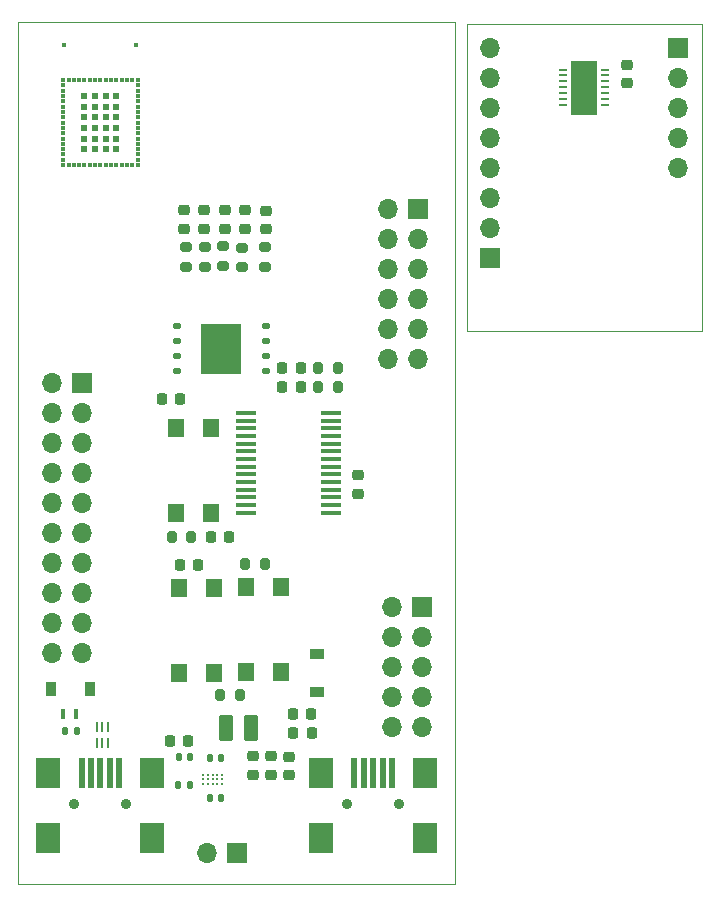
<source format=gbr>
%TF.GenerationSoftware,KiCad,Pcbnew,6.0.10-86aedd382b~118~ubuntu22.04.1*%
%TF.CreationDate,2023-02-06T10:04:39-03:00*%
%TF.ProjectId,MB_V2,4d425f56-322e-46b6-9963-61645f706362,1*%
%TF.SameCoordinates,Original*%
%TF.FileFunction,Soldermask,Top*%
%TF.FilePolarity,Negative*%
%FSLAX46Y46*%
G04 Gerber Fmt 4.6, Leading zero omitted, Abs format (unit mm)*
G04 Created by KiCad (PCBNEW 6.0.10-86aedd382b~118~ubuntu22.04.1) date 2023-02-06 10:04:39*
%MOMM*%
%LPD*%
G01*
G04 APERTURE LIST*
G04 Aperture macros list*
%AMRoundRect*
0 Rectangle with rounded corners*
0 $1 Rounding radius*
0 $2 $3 $4 $5 $6 $7 $8 $9 X,Y pos of 4 corners*
0 Add a 4 corners polygon primitive as box body*
4,1,4,$2,$3,$4,$5,$6,$7,$8,$9,$2,$3,0*
0 Add four circle primitives for the rounded corners*
1,1,$1+$1,$2,$3*
1,1,$1+$1,$4,$5*
1,1,$1+$1,$6,$7*
1,1,$1+$1,$8,$9*
0 Add four rect primitives between the rounded corners*
20,1,$1+$1,$2,$3,$4,$5,0*
20,1,$1+$1,$4,$5,$6,$7,0*
20,1,$1+$1,$6,$7,$8,$9,0*
20,1,$1+$1,$8,$9,$2,$3,0*%
G04 Aperture macros list end*
%TA.AperFunction,Profile*%
%ADD10C,0.100000*%
%TD*%
%ADD11R,1.700000X1.700000*%
%ADD12O,1.700000X1.700000*%
%ADD13R,1.400000X1.600000*%
%ADD14C,0.900000*%
%ADD15R,0.500000X2.500000*%
%ADD16R,2.000000X2.500000*%
%ADD17R,1.750000X0.450000*%
%ADD18RoundRect,0.218750X0.256250X-0.218750X0.256250X0.218750X-0.256250X0.218750X-0.256250X-0.218750X0*%
%ADD19RoundRect,0.140000X-0.140000X-0.170000X0.140000X-0.170000X0.140000X0.170000X-0.140000X0.170000X0*%
%ADD20RoundRect,0.225000X-0.250000X0.225000X-0.250000X-0.225000X0.250000X-0.225000X0.250000X0.225000X0*%
%ADD21RoundRect,0.200000X0.200000X0.275000X-0.200000X0.275000X-0.200000X-0.275000X0.200000X-0.275000X0*%
%ADD22RoundRect,0.200000X-0.275000X0.200000X-0.275000X-0.200000X0.275000X-0.200000X0.275000X0.200000X0*%
%ADD23RoundRect,0.140000X0.140000X0.170000X-0.140000X0.170000X-0.140000X-0.170000X0.140000X-0.170000X0*%
%ADD24RoundRect,0.225000X0.225000X0.250000X-0.225000X0.250000X-0.225000X-0.250000X0.225000X-0.250000X0*%
%ADD25R,0.900000X1.200000*%
%ADD26RoundRect,0.250000X-0.375000X-0.850000X0.375000X-0.850000X0.375000X0.850000X-0.375000X0.850000X0*%
%ADD27C,0.254000*%
%ADD28RoundRect,0.225000X-0.225000X-0.250000X0.225000X-0.250000X0.225000X0.250000X-0.225000X0.250000X0*%
%ADD29RoundRect,0.218750X0.218750X0.256250X-0.218750X0.256250X-0.218750X-0.256250X0.218750X-0.256250X0*%
%ADD30RoundRect,0.200000X-0.200000X-0.275000X0.200000X-0.275000X0.200000X0.275000X-0.200000X0.275000X0*%
%ADD31R,1.200000X0.900000*%
%ADD32R,0.254800X0.807999*%
%ADD33R,0.690000X0.280000*%
%ADD34R,2.273000X4.600000*%
%ADD35RoundRect,0.218750X-0.218750X-0.256250X0.218750X-0.256250X0.218750X0.256250X-0.218750X0.256250X0*%
%ADD36R,0.350012X0.350012*%
%ADD37R,0.350000X0.300000*%
%ADD38R,0.300000X0.350000*%
%ADD39R,0.599999X0.599999*%
%ADD40R,0.429997X0.429997*%
%ADD41R,0.406400X0.838200*%
%ADD42RoundRect,0.125000X0.200000X0.125000X-0.200000X0.125000X-0.200000X-0.125000X0.200000X-0.125000X0*%
%ADD43R,3.400000X4.300000*%
G04 APERTURE END LIST*
D10*
X132000000Y-105200000D02*
X151900000Y-105200000D01*
X151900000Y-105200000D02*
X151900000Y-131200000D01*
X151900000Y-131200000D02*
X132000000Y-131200000D01*
X132000000Y-131200000D02*
X132000000Y-105200000D01*
X94000000Y-105000000D02*
X131000000Y-105000000D01*
X131000000Y-105000000D02*
X131000000Y-178000000D01*
X131000000Y-178000000D02*
X94000000Y-178000000D01*
X94000000Y-178000000D02*
X94000000Y-105000000D01*
D11*
%TO.C,J8*%
X112580000Y-175410000D03*
D12*
X110040000Y-175410000D03*
%TD*%
D13*
%TO.C,SW3*%
X107380000Y-139430000D03*
X107380000Y-146630000D03*
X110380000Y-146630000D03*
X110380000Y-139430000D03*
%TD*%
D14*
%TO.C,J4*%
X103200000Y-171250000D03*
X98800000Y-171250000D03*
D15*
X99400000Y-168650000D03*
X100200000Y-168650000D03*
X101000000Y-168650000D03*
X101800000Y-168650000D03*
X102600000Y-168650000D03*
D16*
X96600000Y-174150000D03*
X105400000Y-168650000D03*
X105400000Y-174150000D03*
X96600000Y-168650000D03*
%TD*%
D17*
%TO.C,U3*%
X113320000Y-138135000D03*
X113320000Y-138785000D03*
X113320000Y-139435000D03*
X113320000Y-140085000D03*
X113320000Y-140735000D03*
X113320000Y-141385000D03*
X113320000Y-142035000D03*
X113320000Y-142685000D03*
X113320000Y-143335000D03*
X113320000Y-143985000D03*
X113320000Y-144635000D03*
X113320000Y-145285000D03*
X113320000Y-145935000D03*
X113320000Y-146585000D03*
X120520000Y-146585000D03*
X120520000Y-145935000D03*
X120520000Y-145285000D03*
X120520000Y-144635000D03*
X120520000Y-143985000D03*
X120520000Y-143335000D03*
X120520000Y-142685000D03*
X120520000Y-142035000D03*
X120520000Y-141385000D03*
X120520000Y-140735000D03*
X120520000Y-140085000D03*
X120520000Y-139435000D03*
X120520000Y-138785000D03*
X120520000Y-138135000D03*
%TD*%
D18*
%TO.C,D2*%
X108050000Y-122547500D03*
X108050000Y-120972500D03*
%TD*%
D19*
%TO.C,C6*%
X98020000Y-165050000D03*
X98980000Y-165050000D03*
%TD*%
D20*
%TO.C,C1*%
X145560000Y-108665000D03*
X145560000Y-110215000D03*
%TD*%
D21*
%TO.C,R9*%
X108685000Y-148610000D03*
X107035000Y-148610000D03*
%TD*%
D22*
%TO.C,R1*%
X109850000Y-124100000D03*
X109850000Y-125750000D03*
%TD*%
D23*
%TO.C,C12*%
X108600000Y-167260000D03*
X107640000Y-167260000D03*
%TD*%
D24*
%TO.C,C9*%
X108410000Y-165920000D03*
X106860000Y-165920000D03*
%TD*%
D25*
%TO.C,D8*%
X100150000Y-161500000D03*
X96850000Y-161500000D03*
%TD*%
D26*
%TO.C,L2*%
X111600000Y-164810000D03*
X113750000Y-164810000D03*
%TD*%
D19*
%TO.C,C11*%
X110260000Y-167350000D03*
X111220000Y-167350000D03*
%TD*%
D20*
%TO.C,C5*%
X122800000Y-143425000D03*
X122800000Y-144975000D03*
%TD*%
D11*
%TO.C,J7*%
X127920000Y-120900000D03*
D12*
X125380000Y-120900000D03*
X127920000Y-123440000D03*
X125380000Y-123440000D03*
X127920000Y-125980000D03*
X125380000Y-125980000D03*
X127920000Y-128520000D03*
X125380000Y-128520000D03*
X127920000Y-131060000D03*
X125380000Y-131060000D03*
X127920000Y-133600000D03*
X125380000Y-133600000D03*
%TD*%
D23*
%TO.C,C10*%
X111230000Y-170730000D03*
X110270000Y-170730000D03*
%TD*%
D18*
%TO.C,D5*%
X113230000Y-122547500D03*
X113230000Y-120972500D03*
%TD*%
%TO.C,D1*%
X109790000Y-122537500D03*
X109790000Y-120962500D03*
%TD*%
D27*
%TO.C,U7*%
X109700000Y-168750000D03*
X110100000Y-168750000D03*
X110500000Y-168750000D03*
X110900000Y-168750000D03*
X111300000Y-168750000D03*
X109700000Y-169150000D03*
X110100000Y-169150000D03*
X110500000Y-169150000D03*
X110900000Y-169150000D03*
X111300000Y-169150000D03*
X109700000Y-169550000D03*
X110100000Y-169550000D03*
X110500000Y-169550000D03*
X110900000Y-169550000D03*
X111300000Y-169550000D03*
%TD*%
D23*
%TO.C,C13*%
X108550000Y-169600000D03*
X107590000Y-169600000D03*
%TD*%
D13*
%TO.C,SW1*%
X110650000Y-160125000D03*
X110650000Y-152925000D03*
X107650000Y-160125000D03*
X107650000Y-152925000D03*
%TD*%
D28*
%TO.C,C2*%
X107740000Y-151040000D03*
X109290000Y-151040000D03*
%TD*%
D21*
%TO.C,R8*%
X112790000Y-162020000D03*
X111140000Y-162020000D03*
%TD*%
D14*
%TO.C,J3*%
X121900000Y-171200000D03*
X126300000Y-171200000D03*
D15*
X122500000Y-168600000D03*
X123300000Y-168600000D03*
X124100000Y-168600000D03*
X124900000Y-168600000D03*
X125700000Y-168600000D03*
D16*
X119700000Y-168600000D03*
X128500000Y-174100000D03*
X119700000Y-174100000D03*
X128500000Y-168600000D03*
%TD*%
D29*
%TO.C,D10*%
X117960000Y-135940000D03*
X116385000Y-135940000D03*
%TD*%
D30*
%TO.C,R10*%
X113250000Y-150900000D03*
X114900000Y-150900000D03*
%TD*%
D11*
%TO.C,J2*%
X149900000Y-107200000D03*
D12*
X149900000Y-109740000D03*
X149900000Y-112280000D03*
X149900000Y-114820000D03*
X149900000Y-117360000D03*
%TD*%
D22*
%TO.C,R5*%
X113030000Y-124140000D03*
X113030000Y-125790000D03*
%TD*%
D29*
%TO.C,D11*%
X117977500Y-134290000D03*
X116402500Y-134290000D03*
%TD*%
D31*
%TO.C,D9*%
X119300000Y-158500000D03*
X119300000Y-161800000D03*
%TD*%
D22*
%TO.C,R2*%
X108210000Y-124085000D03*
X108210000Y-125735000D03*
%TD*%
%TO.C,R4*%
X114960000Y-124095000D03*
X114960000Y-125745000D03*
%TD*%
D28*
%TO.C,C17*%
X117327500Y-165262500D03*
X118877500Y-165262500D03*
%TD*%
D30*
%TO.C,R6*%
X119465000Y-135920000D03*
X121115000Y-135920000D03*
%TD*%
%TO.C,R7*%
X119455000Y-134360000D03*
X121105000Y-134360000D03*
%TD*%
D22*
%TO.C,R3*%
X111420000Y-124015000D03*
X111420000Y-125665000D03*
%TD*%
D11*
%TO.C,J6*%
X99470000Y-135570000D03*
D12*
X96930000Y-135570000D03*
X99470000Y-138110000D03*
X96930000Y-138110000D03*
X99470000Y-140650000D03*
X96930000Y-140650000D03*
X99470000Y-143190000D03*
X96930000Y-143190000D03*
X99470000Y-145730000D03*
X96930000Y-145730000D03*
X99470000Y-148270000D03*
X96930000Y-148270000D03*
X99470000Y-150810000D03*
X96930000Y-150810000D03*
X99470000Y-153350000D03*
X96930000Y-153350000D03*
X99470000Y-155890000D03*
X96930000Y-155890000D03*
X99470000Y-158430000D03*
X96930000Y-158430000D03*
%TD*%
D20*
%TO.C,C14*%
X117000000Y-167230000D03*
X117000000Y-168780000D03*
%TD*%
D18*
%TO.C,D4*%
X114980000Y-122587500D03*
X114980000Y-121012500D03*
%TD*%
D32*
%TO.C,U6*%
X101674999Y-164729300D03*
X101175000Y-164729300D03*
X100675001Y-164729300D03*
X100675001Y-166070700D03*
X101175000Y-166070700D03*
X101674999Y-166070700D03*
%TD*%
D13*
%TO.C,SW2*%
X116320000Y-152840000D03*
X116320000Y-160040000D03*
X113320000Y-152840000D03*
X113320000Y-160040000D03*
%TD*%
D28*
%TO.C,C18*%
X117312500Y-163602500D03*
X118862500Y-163602500D03*
%TD*%
D11*
%TO.C,J5*%
X128190000Y-154600000D03*
D12*
X125650000Y-154600000D03*
X128190000Y-157140000D03*
X125650000Y-157140000D03*
X128190000Y-159680000D03*
X125650000Y-159680000D03*
X128190000Y-162220000D03*
X125650000Y-162220000D03*
X128190000Y-164760000D03*
X125650000Y-164760000D03*
%TD*%
D20*
%TO.C,C16*%
X113920000Y-167215000D03*
X113920000Y-168765000D03*
%TD*%
%TO.C,C15*%
X115440000Y-167215000D03*
X115440000Y-168765000D03*
%TD*%
D33*
%TO.C,U1*%
X140195000Y-109060000D03*
X140195000Y-109560000D03*
X140195000Y-110060000D03*
X140195000Y-110560000D03*
X140195000Y-111060000D03*
X140195000Y-111560000D03*
X140195000Y-112060000D03*
X143685000Y-112060000D03*
X143685000Y-111560000D03*
X143685000Y-111060000D03*
X143685000Y-110560000D03*
X143685000Y-110060000D03*
X143685000Y-109560000D03*
X143685000Y-109060000D03*
D34*
X141940000Y-110660000D03*
%TD*%
D35*
%TO.C,D12*%
X110322500Y-148620000D03*
X111897500Y-148620000D03*
%TD*%
D36*
%TO.C,U2*%
X97825000Y-109924999D03*
D37*
X97825000Y-110399999D03*
X97825000Y-110850000D03*
X97825000Y-111299999D03*
X97825000Y-111749999D03*
X97825000Y-112200000D03*
X97825000Y-112649999D03*
X97825000Y-113100001D03*
X97825000Y-113550000D03*
X97825000Y-113999999D03*
X97825000Y-114450001D03*
X97825000Y-114900000D03*
X97825000Y-115350001D03*
X97825000Y-115800001D03*
X97825000Y-116250000D03*
X97825000Y-116700001D03*
D36*
X97825000Y-117175002D03*
D38*
X98300000Y-117175002D03*
X98749999Y-117175002D03*
X99199999Y-117175002D03*
X99650000Y-117175002D03*
X100099999Y-117175002D03*
X100550001Y-117175002D03*
X101000000Y-117175002D03*
X101449999Y-117175002D03*
X101900001Y-117175002D03*
X102350000Y-117175002D03*
X102800001Y-117175002D03*
X103250001Y-117175002D03*
X103700000Y-117175002D03*
D36*
X104175000Y-117175002D03*
D37*
X104175000Y-116700001D03*
X104175000Y-116250000D03*
X104175000Y-115800001D03*
X104175000Y-115350001D03*
X104175000Y-114900000D03*
X104175000Y-114450001D03*
X104175000Y-113999999D03*
X104175000Y-113550000D03*
X104175000Y-113100001D03*
X104175000Y-112649999D03*
X104175000Y-112200000D03*
X104175000Y-111749999D03*
X104175000Y-111299999D03*
X104175000Y-110850000D03*
X104175000Y-110399999D03*
D36*
X104175000Y-109924999D03*
D38*
X103700000Y-109924998D03*
X103250001Y-109924998D03*
X102800001Y-109924998D03*
X102350000Y-109924998D03*
X101900001Y-109924998D03*
X101449999Y-109924998D03*
X101000000Y-109924998D03*
X100550001Y-109924998D03*
X100099999Y-109924998D03*
X99650000Y-109924998D03*
X99199999Y-109924998D03*
X98749999Y-109924998D03*
X98300000Y-109924998D03*
D39*
X99650000Y-111299999D03*
X99650000Y-112199999D03*
X99650000Y-113099999D03*
X99650000Y-113999999D03*
X99650000Y-114899999D03*
X99650000Y-115799999D03*
X100550000Y-115799999D03*
X101450000Y-115799999D03*
X102350000Y-115799999D03*
X102350000Y-114899999D03*
X102350000Y-113999999D03*
X102350000Y-113099999D03*
X102350000Y-112199999D03*
X102350000Y-111299999D03*
X101450000Y-111299999D03*
X100550000Y-111299999D03*
X100550000Y-112199999D03*
X100550000Y-113099999D03*
X100550000Y-113999999D03*
X100550000Y-114899999D03*
X101450000Y-114899999D03*
X101450000Y-113999999D03*
X101450000Y-113099999D03*
X101450000Y-112199999D03*
D40*
X97950000Y-106964999D03*
X104050000Y-106964999D03*
%TD*%
D41*
%TO.C,D6*%
X98900000Y-163600000D03*
X97858600Y-163600000D03*
%TD*%
D18*
%TO.C,D3*%
X111520000Y-122547500D03*
X111520000Y-120972500D03*
%TD*%
D11*
%TO.C,J1*%
X133975000Y-124975000D03*
D12*
X133975000Y-122435000D03*
X133975000Y-119895000D03*
X133975000Y-117355000D03*
X133975000Y-114815000D03*
X133975000Y-112275000D03*
X133975000Y-109735000D03*
X133975000Y-107195000D03*
%TD*%
D28*
%TO.C,C4*%
X106175000Y-136930000D03*
X107725000Y-136930000D03*
%TD*%
D42*
%TO.C,U5*%
X114990000Y-134605000D03*
X114990000Y-133335000D03*
X114990000Y-132065000D03*
X114990000Y-130795000D03*
X107490000Y-130795000D03*
X107490000Y-132065000D03*
X107490000Y-133335000D03*
X107490000Y-134605000D03*
D43*
X111240000Y-132700000D03*
%TD*%
M02*

</source>
